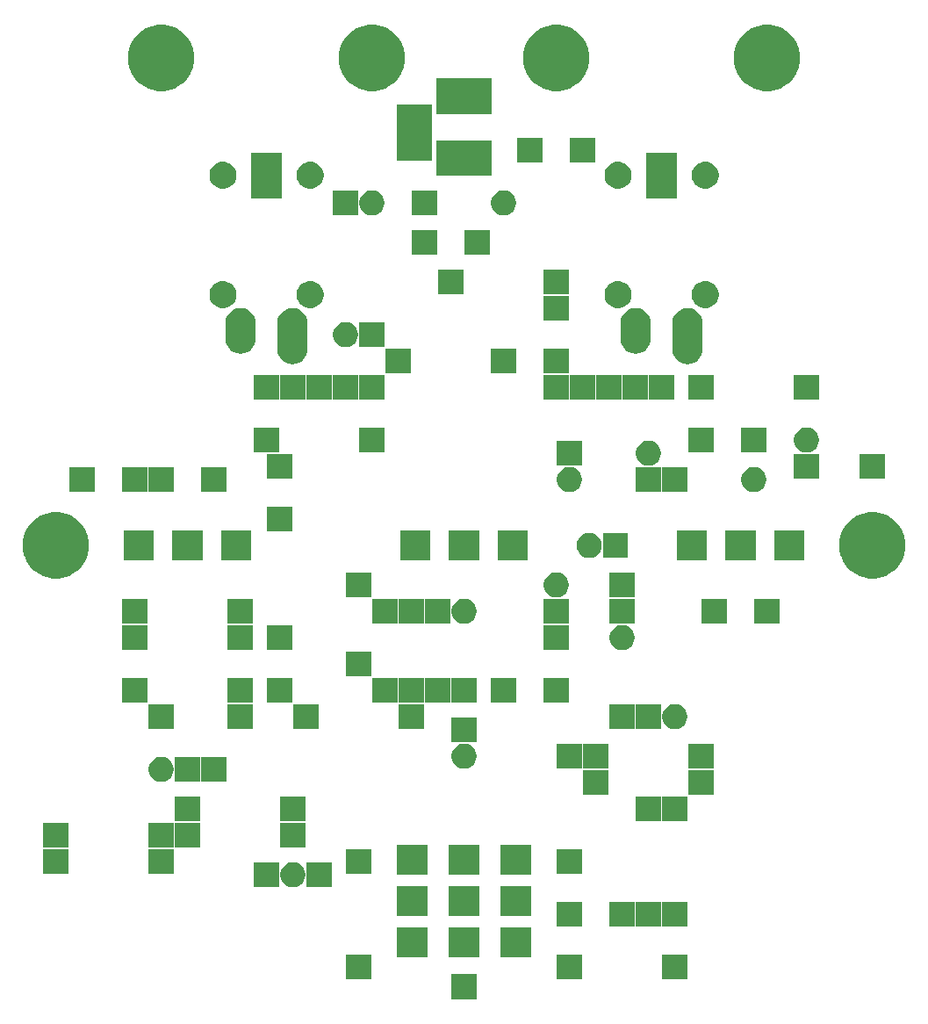
<source format=gbr>
G04 #@! TF.GenerationSoftware,KiCad,Pcbnew,5.1.6-c6e7f7d~87~ubuntu19.10.1*
G04 #@! TF.CreationDate,2022-03-20T15:18:50+06:00*
G04 #@! TF.ProjectId,good_grief_overdrive_r1b,676f6f64-5f67-4726-9965-665f6f766572,1B*
G04 #@! TF.SameCoordinates,Original*
G04 #@! TF.FileFunction,Soldermask,Bot*
G04 #@! TF.FilePolarity,Negative*
%FSLAX46Y46*%
G04 Gerber Fmt 4.6, Leading zero omitted, Abs format (unit mm)*
G04 Created by KiCad (PCBNEW 5.1.6-c6e7f7d~87~ubuntu19.10.1) date 2022-03-20 15:18:50*
%MOMM*%
%LPD*%
G01*
G04 APERTURE LIST*
%ADD10C,0.100000*%
G04 APERTURE END LIST*
D10*
G36*
X106610000Y-187255000D02*
G01*
X104210000Y-187255000D01*
X104210000Y-184855000D01*
X106610000Y-184855000D01*
X106610000Y-187255000D01*
G37*
G36*
X126930000Y-185350000D02*
G01*
X124530000Y-185350000D01*
X124530000Y-182950000D01*
X126930000Y-182950000D01*
X126930000Y-185350000D01*
G37*
G36*
X116770000Y-185350000D02*
G01*
X114370000Y-185350000D01*
X114370000Y-182950000D01*
X116770000Y-182950000D01*
X116770000Y-185350000D01*
G37*
G36*
X96450000Y-185350000D02*
G01*
X94050000Y-185350000D01*
X94050000Y-182950000D01*
X96450000Y-182950000D01*
X96450000Y-185350000D01*
G37*
G36*
X101860000Y-183250000D02*
G01*
X98960000Y-183250000D01*
X98960000Y-180350000D01*
X101860000Y-180350000D01*
X101860000Y-183250000D01*
G37*
G36*
X106860000Y-183250000D02*
G01*
X103960000Y-183250000D01*
X103960000Y-180350000D01*
X106860000Y-180350000D01*
X106860000Y-183250000D01*
G37*
G36*
X111860000Y-183250000D02*
G01*
X108960000Y-183250000D01*
X108960000Y-180350000D01*
X111860000Y-180350000D01*
X111860000Y-183250000D01*
G37*
G36*
X116770000Y-180270000D02*
G01*
X114370000Y-180270000D01*
X114370000Y-177870000D01*
X116770000Y-177870000D01*
X116770000Y-180270000D01*
G37*
G36*
X126930000Y-180270000D02*
G01*
X124530000Y-180270000D01*
X124530000Y-177870000D01*
X126930000Y-177870000D01*
X126930000Y-180270000D01*
G37*
G36*
X124390000Y-180270000D02*
G01*
X121990000Y-180270000D01*
X121990000Y-177870000D01*
X124390000Y-177870000D01*
X124390000Y-180270000D01*
G37*
G36*
X121850000Y-180270000D02*
G01*
X119450000Y-180270000D01*
X119450000Y-177870000D01*
X121850000Y-177870000D01*
X121850000Y-180270000D01*
G37*
G36*
X111860000Y-179250000D02*
G01*
X108960000Y-179250000D01*
X108960000Y-176350000D01*
X111860000Y-176350000D01*
X111860000Y-179250000D01*
G37*
G36*
X106860000Y-179250000D02*
G01*
X103960000Y-179250000D01*
X103960000Y-176350000D01*
X106860000Y-176350000D01*
X106860000Y-179250000D01*
G37*
G36*
X101860000Y-179250000D02*
G01*
X98960000Y-179250000D01*
X98960000Y-176350000D01*
X101860000Y-176350000D01*
X101860000Y-179250000D01*
G37*
G36*
X92640000Y-176460000D02*
G01*
X90240000Y-176460000D01*
X90240000Y-174060000D01*
X92640000Y-174060000D01*
X92640000Y-176460000D01*
G37*
G36*
X87560000Y-176460000D02*
G01*
X85160000Y-176460000D01*
X85160000Y-174060000D01*
X87560000Y-174060000D01*
X87560000Y-176460000D01*
G37*
G36*
X89250025Y-174106115D02*
G01*
X89250028Y-174106116D01*
X89250027Y-174106116D01*
X89468413Y-174196574D01*
X89664955Y-174327899D01*
X89832101Y-174495045D01*
X89963426Y-174691587D01*
X89963427Y-174691589D01*
X90053885Y-174909975D01*
X90100000Y-175141809D01*
X90100000Y-175378191D01*
X90053885Y-175610025D01*
X90053884Y-175610027D01*
X89963426Y-175828413D01*
X89832101Y-176024955D01*
X89664955Y-176192101D01*
X89468413Y-176323426D01*
X89468412Y-176323427D01*
X89468411Y-176323427D01*
X89250025Y-176413885D01*
X89018191Y-176460000D01*
X88781809Y-176460000D01*
X88549975Y-176413885D01*
X88331589Y-176323427D01*
X88331588Y-176323427D01*
X88331587Y-176323426D01*
X88135045Y-176192101D01*
X87967899Y-176024955D01*
X87836574Y-175828413D01*
X87746116Y-175610027D01*
X87746115Y-175610025D01*
X87700000Y-175378191D01*
X87700000Y-175141809D01*
X87746115Y-174909975D01*
X87836573Y-174691589D01*
X87836574Y-174691587D01*
X87967899Y-174495045D01*
X88135045Y-174327899D01*
X88331587Y-174196574D01*
X88549973Y-174106116D01*
X88549972Y-174106116D01*
X88549975Y-174106115D01*
X88781809Y-174060000D01*
X89018191Y-174060000D01*
X89250025Y-174106115D01*
G37*
G36*
X106860000Y-175250000D02*
G01*
X103960000Y-175250000D01*
X103960000Y-172350000D01*
X106860000Y-172350000D01*
X106860000Y-175250000D01*
G37*
G36*
X111860000Y-175250000D02*
G01*
X108960000Y-175250000D01*
X108960000Y-172350000D01*
X111860000Y-172350000D01*
X111860000Y-175250000D01*
G37*
G36*
X101860000Y-175250000D02*
G01*
X98960000Y-175250000D01*
X98960000Y-172350000D01*
X101860000Y-172350000D01*
X101860000Y-175250000D01*
G37*
G36*
X77400000Y-175190000D02*
G01*
X75000000Y-175190000D01*
X75000000Y-172790000D01*
X77400000Y-172790000D01*
X77400000Y-175190000D01*
G37*
G36*
X96450000Y-175190000D02*
G01*
X94050000Y-175190000D01*
X94050000Y-172790000D01*
X96450000Y-172790000D01*
X96450000Y-175190000D01*
G37*
G36*
X116770000Y-175190000D02*
G01*
X114370000Y-175190000D01*
X114370000Y-172790000D01*
X116770000Y-172790000D01*
X116770000Y-175190000D01*
G37*
G36*
X67240000Y-175190000D02*
G01*
X64840000Y-175190000D01*
X64840000Y-172790000D01*
X67240000Y-172790000D01*
X67240000Y-175190000D01*
G37*
G36*
X90100000Y-172650000D02*
G01*
X87700000Y-172650000D01*
X87700000Y-170250000D01*
X90100000Y-170250000D01*
X90100000Y-172650000D01*
G37*
G36*
X79940000Y-172650000D02*
G01*
X77540000Y-172650000D01*
X77540000Y-170250000D01*
X79940000Y-170250000D01*
X79940000Y-172650000D01*
G37*
G36*
X77400000Y-172650000D02*
G01*
X75000000Y-172650000D01*
X75000000Y-170250000D01*
X77400000Y-170250000D01*
X77400000Y-172650000D01*
G37*
G36*
X67240000Y-172650000D02*
G01*
X64840000Y-172650000D01*
X64840000Y-170250000D01*
X67240000Y-170250000D01*
X67240000Y-172650000D01*
G37*
G36*
X126930000Y-170110000D02*
G01*
X124530000Y-170110000D01*
X124530000Y-167710000D01*
X126930000Y-167710000D01*
X126930000Y-170110000D01*
G37*
G36*
X124390000Y-170110000D02*
G01*
X121990000Y-170110000D01*
X121990000Y-167710000D01*
X124390000Y-167710000D01*
X124390000Y-170110000D01*
G37*
G36*
X90100000Y-170110000D02*
G01*
X87700000Y-170110000D01*
X87700000Y-167710000D01*
X90100000Y-167710000D01*
X90100000Y-170110000D01*
G37*
G36*
X79940000Y-170110000D02*
G01*
X77540000Y-170110000D01*
X77540000Y-167710000D01*
X79940000Y-167710000D01*
X79940000Y-170110000D01*
G37*
G36*
X129470000Y-167570000D02*
G01*
X127070000Y-167570000D01*
X127070000Y-165170000D01*
X129470000Y-165170000D01*
X129470000Y-167570000D01*
G37*
G36*
X119310000Y-167570000D02*
G01*
X116910000Y-167570000D01*
X116910000Y-165170000D01*
X119310000Y-165170000D01*
X119310000Y-167570000D01*
G37*
G36*
X79940000Y-166300000D02*
G01*
X77540000Y-166300000D01*
X77540000Y-163900000D01*
X79940000Y-163900000D01*
X79940000Y-166300000D01*
G37*
G36*
X76550025Y-163946115D02*
G01*
X76555037Y-163948191D01*
X76768413Y-164036574D01*
X76964955Y-164167899D01*
X77132101Y-164335045D01*
X77174442Y-164398413D01*
X77263427Y-164531589D01*
X77353885Y-164749975D01*
X77400000Y-164981809D01*
X77400000Y-165218191D01*
X77353885Y-165450025D01*
X77353884Y-165450027D01*
X77263426Y-165668413D01*
X77132101Y-165864955D01*
X76964955Y-166032101D01*
X76768413Y-166163426D01*
X76768412Y-166163427D01*
X76768411Y-166163427D01*
X76550025Y-166253885D01*
X76318191Y-166300000D01*
X76081809Y-166300000D01*
X75849975Y-166253885D01*
X75631589Y-166163427D01*
X75631588Y-166163427D01*
X75631587Y-166163426D01*
X75435045Y-166032101D01*
X75267899Y-165864955D01*
X75136574Y-165668413D01*
X75046116Y-165450027D01*
X75046115Y-165450025D01*
X75000000Y-165218191D01*
X75000000Y-164981809D01*
X75046115Y-164749975D01*
X75136573Y-164531589D01*
X75225558Y-164398413D01*
X75267899Y-164335045D01*
X75435045Y-164167899D01*
X75631587Y-164036574D01*
X75844963Y-163948191D01*
X75849975Y-163946115D01*
X76081809Y-163900000D01*
X76318191Y-163900000D01*
X76550025Y-163946115D01*
G37*
G36*
X82480000Y-166300000D02*
G01*
X80080000Y-166300000D01*
X80080000Y-163900000D01*
X82480000Y-163900000D01*
X82480000Y-166300000D01*
G37*
G36*
X105760025Y-162676115D02*
G01*
X105760028Y-162676116D01*
X105760027Y-162676116D01*
X105978413Y-162766574D01*
X106174955Y-162897899D01*
X106342101Y-163065045D01*
X106473426Y-163261587D01*
X106473427Y-163261589D01*
X106563885Y-163479975D01*
X106610000Y-163711809D01*
X106610000Y-163948191D01*
X106563885Y-164180025D01*
X106473427Y-164398411D01*
X106473426Y-164398413D01*
X106342101Y-164594955D01*
X106174955Y-164762101D01*
X105978413Y-164893426D01*
X105978412Y-164893427D01*
X105978411Y-164893427D01*
X105760025Y-164983885D01*
X105528191Y-165030000D01*
X105291809Y-165030000D01*
X105059975Y-164983885D01*
X104841589Y-164893427D01*
X104841588Y-164893427D01*
X104841587Y-164893426D01*
X104645045Y-164762101D01*
X104477899Y-164594955D01*
X104346574Y-164398413D01*
X104346573Y-164398411D01*
X104256115Y-164180025D01*
X104210000Y-163948191D01*
X104210000Y-163711809D01*
X104256115Y-163479975D01*
X104346573Y-163261589D01*
X104346574Y-163261587D01*
X104477899Y-163065045D01*
X104645045Y-162897899D01*
X104841587Y-162766574D01*
X105059973Y-162676116D01*
X105059972Y-162676116D01*
X105059975Y-162676115D01*
X105291809Y-162630000D01*
X105528191Y-162630000D01*
X105760025Y-162676115D01*
G37*
G36*
X129470000Y-165030000D02*
G01*
X127070000Y-165030000D01*
X127070000Y-162630000D01*
X129470000Y-162630000D01*
X129470000Y-165030000D01*
G37*
G36*
X119310000Y-165030000D02*
G01*
X116910000Y-165030000D01*
X116910000Y-162630000D01*
X119310000Y-162630000D01*
X119310000Y-165030000D01*
G37*
G36*
X116770000Y-165030000D02*
G01*
X114370000Y-165030000D01*
X114370000Y-162630000D01*
X116770000Y-162630000D01*
X116770000Y-165030000D01*
G37*
G36*
X106610000Y-162490000D02*
G01*
X104210000Y-162490000D01*
X104210000Y-160090000D01*
X106610000Y-160090000D01*
X106610000Y-162490000D01*
G37*
G36*
X121850000Y-161220000D02*
G01*
X119450000Y-161220000D01*
X119450000Y-158820000D01*
X121850000Y-158820000D01*
X121850000Y-161220000D01*
G37*
G36*
X124390000Y-161220000D02*
G01*
X121990000Y-161220000D01*
X121990000Y-158820000D01*
X124390000Y-158820000D01*
X124390000Y-161220000D01*
G37*
G36*
X126080025Y-158866115D02*
G01*
X126080028Y-158866116D01*
X126080027Y-158866116D01*
X126298413Y-158956574D01*
X126494955Y-159087899D01*
X126662101Y-159255045D01*
X126793426Y-159451587D01*
X126793427Y-159451589D01*
X126883885Y-159669975D01*
X126930000Y-159901809D01*
X126930000Y-160138191D01*
X126883885Y-160370025D01*
X126883884Y-160370027D01*
X126793426Y-160588413D01*
X126662101Y-160784955D01*
X126494955Y-160952101D01*
X126298413Y-161083426D01*
X126298412Y-161083427D01*
X126298411Y-161083427D01*
X126080025Y-161173885D01*
X125848191Y-161220000D01*
X125611809Y-161220000D01*
X125379975Y-161173885D01*
X125161589Y-161083427D01*
X125161588Y-161083427D01*
X125161587Y-161083426D01*
X124965045Y-160952101D01*
X124797899Y-160784955D01*
X124666574Y-160588413D01*
X124576116Y-160370027D01*
X124576115Y-160370025D01*
X124530000Y-160138191D01*
X124530000Y-159901809D01*
X124576115Y-159669975D01*
X124666573Y-159451589D01*
X124666574Y-159451587D01*
X124797899Y-159255045D01*
X124965045Y-159087899D01*
X125161587Y-158956574D01*
X125379973Y-158866116D01*
X125379972Y-158866116D01*
X125379975Y-158866115D01*
X125611809Y-158820000D01*
X125848191Y-158820000D01*
X126080025Y-158866115D01*
G37*
G36*
X85020000Y-161220000D02*
G01*
X82620000Y-161220000D01*
X82620000Y-158820000D01*
X85020000Y-158820000D01*
X85020000Y-161220000D01*
G37*
G36*
X101530000Y-161220000D02*
G01*
X99130000Y-161220000D01*
X99130000Y-158820000D01*
X101530000Y-158820000D01*
X101530000Y-161220000D01*
G37*
G36*
X91370000Y-161220000D02*
G01*
X88970000Y-161220000D01*
X88970000Y-158820000D01*
X91370000Y-158820000D01*
X91370000Y-161220000D01*
G37*
G36*
X77400000Y-161220000D02*
G01*
X75000000Y-161220000D01*
X75000000Y-158820000D01*
X77400000Y-158820000D01*
X77400000Y-161220000D01*
G37*
G36*
X110420000Y-158680000D02*
G01*
X108020000Y-158680000D01*
X108020000Y-156280000D01*
X110420000Y-156280000D01*
X110420000Y-158680000D01*
G37*
G36*
X115500000Y-158680000D02*
G01*
X113100000Y-158680000D01*
X113100000Y-156280000D01*
X115500000Y-156280000D01*
X115500000Y-158680000D01*
G37*
G36*
X88830000Y-158680000D02*
G01*
X86430000Y-158680000D01*
X86430000Y-156280000D01*
X88830000Y-156280000D01*
X88830000Y-158680000D01*
G37*
G36*
X74860000Y-158680000D02*
G01*
X72460000Y-158680000D01*
X72460000Y-156280000D01*
X74860000Y-156280000D01*
X74860000Y-158680000D01*
G37*
G36*
X106610000Y-158680000D02*
G01*
X104210000Y-158680000D01*
X104210000Y-156280000D01*
X106610000Y-156280000D01*
X106610000Y-158680000D01*
G37*
G36*
X104070000Y-158680000D02*
G01*
X101670000Y-158680000D01*
X101670000Y-156280000D01*
X104070000Y-156280000D01*
X104070000Y-158680000D01*
G37*
G36*
X101530000Y-158680000D02*
G01*
X99130000Y-158680000D01*
X99130000Y-156280000D01*
X101530000Y-156280000D01*
X101530000Y-158680000D01*
G37*
G36*
X98990000Y-158680000D02*
G01*
X96590000Y-158680000D01*
X96590000Y-156280000D01*
X98990000Y-156280000D01*
X98990000Y-158680000D01*
G37*
G36*
X85020000Y-158680000D02*
G01*
X82620000Y-158680000D01*
X82620000Y-156280000D01*
X85020000Y-156280000D01*
X85020000Y-158680000D01*
G37*
G36*
X96450000Y-156140000D02*
G01*
X94050000Y-156140000D01*
X94050000Y-153740000D01*
X96450000Y-153740000D01*
X96450000Y-156140000D01*
G37*
G36*
X121000025Y-151246115D02*
G01*
X121000028Y-151246116D01*
X121000027Y-151246116D01*
X121218413Y-151336574D01*
X121414955Y-151467899D01*
X121582101Y-151635045D01*
X121713426Y-151831587D01*
X121713427Y-151831589D01*
X121803885Y-152049975D01*
X121850000Y-152281809D01*
X121850000Y-152518191D01*
X121803885Y-152750025D01*
X121803884Y-152750027D01*
X121713426Y-152968413D01*
X121582101Y-153164955D01*
X121414955Y-153332101D01*
X121218413Y-153463426D01*
X121218412Y-153463427D01*
X121218411Y-153463427D01*
X121000025Y-153553885D01*
X120768191Y-153600000D01*
X120531809Y-153600000D01*
X120299975Y-153553885D01*
X120081589Y-153463427D01*
X120081588Y-153463427D01*
X120081587Y-153463426D01*
X119885045Y-153332101D01*
X119717899Y-153164955D01*
X119586574Y-152968413D01*
X119496116Y-152750027D01*
X119496115Y-152750025D01*
X119450000Y-152518191D01*
X119450000Y-152281809D01*
X119496115Y-152049975D01*
X119586573Y-151831589D01*
X119586574Y-151831587D01*
X119717899Y-151635045D01*
X119885045Y-151467899D01*
X120081587Y-151336574D01*
X120299973Y-151246116D01*
X120299972Y-151246116D01*
X120299975Y-151246115D01*
X120531809Y-151200000D01*
X120768191Y-151200000D01*
X121000025Y-151246115D01*
G37*
G36*
X74860000Y-153600000D02*
G01*
X72460000Y-153600000D01*
X72460000Y-151200000D01*
X74860000Y-151200000D01*
X74860000Y-153600000D01*
G37*
G36*
X85020000Y-153600000D02*
G01*
X82620000Y-153600000D01*
X82620000Y-151200000D01*
X85020000Y-151200000D01*
X85020000Y-153600000D01*
G37*
G36*
X115500000Y-153600000D02*
G01*
X113100000Y-153600000D01*
X113100000Y-151200000D01*
X115500000Y-151200000D01*
X115500000Y-153600000D01*
G37*
G36*
X88830000Y-153600000D02*
G01*
X86430000Y-153600000D01*
X86430000Y-151200000D01*
X88830000Y-151200000D01*
X88830000Y-153600000D01*
G37*
G36*
X115500000Y-151060000D02*
G01*
X113100000Y-151060000D01*
X113100000Y-148660000D01*
X115500000Y-148660000D01*
X115500000Y-151060000D01*
G37*
G36*
X74860000Y-151060000D02*
G01*
X72460000Y-151060000D01*
X72460000Y-148660000D01*
X74860000Y-148660000D01*
X74860000Y-151060000D01*
G37*
G36*
X85020000Y-151060000D02*
G01*
X82620000Y-151060000D01*
X82620000Y-148660000D01*
X85020000Y-148660000D01*
X85020000Y-151060000D01*
G37*
G36*
X98990000Y-151060000D02*
G01*
X96590000Y-151060000D01*
X96590000Y-148660000D01*
X98990000Y-148660000D01*
X98990000Y-151060000D01*
G37*
G36*
X101530000Y-151060000D02*
G01*
X99130000Y-151060000D01*
X99130000Y-148660000D01*
X101530000Y-148660000D01*
X101530000Y-151060000D01*
G37*
G36*
X104070000Y-151060000D02*
G01*
X101670000Y-151060000D01*
X101670000Y-148660000D01*
X104070000Y-148660000D01*
X104070000Y-151060000D01*
G37*
G36*
X130740000Y-151060000D02*
G01*
X128340000Y-151060000D01*
X128340000Y-148660000D01*
X130740000Y-148660000D01*
X130740000Y-151060000D01*
G37*
G36*
X135820000Y-151060000D02*
G01*
X133420000Y-151060000D01*
X133420000Y-148660000D01*
X135820000Y-148660000D01*
X135820000Y-151060000D01*
G37*
G36*
X105760025Y-148706115D02*
G01*
X105760028Y-148706116D01*
X105760027Y-148706116D01*
X105978413Y-148796574D01*
X106174955Y-148927899D01*
X106342101Y-149095045D01*
X106473426Y-149291587D01*
X106473427Y-149291589D01*
X106563885Y-149509975D01*
X106610000Y-149741809D01*
X106610000Y-149978191D01*
X106563885Y-150210025D01*
X106563884Y-150210027D01*
X106473426Y-150428413D01*
X106342101Y-150624955D01*
X106174955Y-150792101D01*
X105978413Y-150923426D01*
X105978412Y-150923427D01*
X105978411Y-150923427D01*
X105760025Y-151013885D01*
X105528191Y-151060000D01*
X105291809Y-151060000D01*
X105059975Y-151013885D01*
X104841589Y-150923427D01*
X104841588Y-150923427D01*
X104841587Y-150923426D01*
X104645045Y-150792101D01*
X104477899Y-150624955D01*
X104346574Y-150428413D01*
X104256116Y-150210027D01*
X104256115Y-150210025D01*
X104210000Y-149978191D01*
X104210000Y-149741809D01*
X104256115Y-149509975D01*
X104346573Y-149291589D01*
X104346574Y-149291587D01*
X104477899Y-149095045D01*
X104645045Y-148927899D01*
X104841587Y-148796574D01*
X105059973Y-148706116D01*
X105059972Y-148706116D01*
X105059975Y-148706115D01*
X105291809Y-148660000D01*
X105528191Y-148660000D01*
X105760025Y-148706115D01*
G37*
G36*
X121850000Y-151060000D02*
G01*
X119450000Y-151060000D01*
X119450000Y-148660000D01*
X121850000Y-148660000D01*
X121850000Y-151060000D01*
G37*
G36*
X96450000Y-148520000D02*
G01*
X94050000Y-148520000D01*
X94050000Y-146120000D01*
X96450000Y-146120000D01*
X96450000Y-148520000D01*
G37*
G36*
X114650025Y-146166115D02*
G01*
X114650028Y-146166116D01*
X114650027Y-146166116D01*
X114868413Y-146256574D01*
X115064955Y-146387899D01*
X115232101Y-146555045D01*
X115335638Y-146710000D01*
X115363427Y-146751589D01*
X115453885Y-146969975D01*
X115500000Y-147201809D01*
X115500000Y-147438191D01*
X115453885Y-147670025D01*
X115453884Y-147670027D01*
X115363426Y-147888413D01*
X115232101Y-148084955D01*
X115064955Y-148252101D01*
X114868413Y-148383426D01*
X114868412Y-148383427D01*
X114868411Y-148383427D01*
X114650025Y-148473885D01*
X114418191Y-148520000D01*
X114181809Y-148520000D01*
X113949975Y-148473885D01*
X113731589Y-148383427D01*
X113731588Y-148383427D01*
X113731587Y-148383426D01*
X113535045Y-148252101D01*
X113367899Y-148084955D01*
X113236574Y-147888413D01*
X113146116Y-147670027D01*
X113146115Y-147670025D01*
X113100000Y-147438191D01*
X113100000Y-147201809D01*
X113146115Y-146969975D01*
X113236573Y-146751589D01*
X113264362Y-146710000D01*
X113367899Y-146555045D01*
X113535045Y-146387899D01*
X113731587Y-146256574D01*
X113949973Y-146166116D01*
X113949972Y-146166116D01*
X113949975Y-146166115D01*
X114181809Y-146120000D01*
X114418191Y-146120000D01*
X114650025Y-146166115D01*
G37*
G36*
X121850000Y-148520000D02*
G01*
X119450000Y-148520000D01*
X119450000Y-146120000D01*
X121850000Y-146120000D01*
X121850000Y-148520000D01*
G37*
G36*
X145713404Y-140432974D02*
G01*
X146054545Y-140574279D01*
X146295768Y-140674197D01*
X146819881Y-141024398D01*
X147265602Y-141470119D01*
X147615803Y-141994232D01*
X147615803Y-141994233D01*
X147857026Y-142576596D01*
X147980000Y-143194826D01*
X147980000Y-143825174D01*
X147857026Y-144443404D01*
X147746598Y-144710000D01*
X147615803Y-145025768D01*
X147265602Y-145549881D01*
X146819881Y-145995602D01*
X146295768Y-146345803D01*
X146054545Y-146445721D01*
X145713404Y-146587026D01*
X145095174Y-146710000D01*
X144464826Y-146710000D01*
X143846596Y-146587026D01*
X143505455Y-146445721D01*
X143264232Y-146345803D01*
X142740119Y-145995602D01*
X142294398Y-145549881D01*
X141944197Y-145025768D01*
X141813402Y-144710000D01*
X141702974Y-144443404D01*
X141580000Y-143825174D01*
X141580000Y-143194826D01*
X141702974Y-142576596D01*
X141944197Y-141994233D01*
X141944197Y-141994232D01*
X142294398Y-141470119D01*
X142740119Y-141024398D01*
X143264232Y-140674197D01*
X143505455Y-140574279D01*
X143846596Y-140432974D01*
X144464826Y-140310000D01*
X145095174Y-140310000D01*
X145713404Y-140432974D01*
G37*
G36*
X66973404Y-140432974D02*
G01*
X67314545Y-140574279D01*
X67555768Y-140674197D01*
X68079881Y-141024398D01*
X68525602Y-141470119D01*
X68875803Y-141994232D01*
X68875803Y-141994233D01*
X69117026Y-142576596D01*
X69240000Y-143194826D01*
X69240000Y-143825174D01*
X69117026Y-144443404D01*
X69006598Y-144710000D01*
X68875803Y-145025768D01*
X68525602Y-145549881D01*
X68079881Y-145995602D01*
X67555768Y-146345803D01*
X67314545Y-146445721D01*
X66973404Y-146587026D01*
X66355174Y-146710000D01*
X65724826Y-146710000D01*
X65106596Y-146587026D01*
X64765455Y-146445721D01*
X64524232Y-146345803D01*
X64000119Y-145995602D01*
X63554398Y-145549881D01*
X63204197Y-145025768D01*
X63073402Y-144710000D01*
X62962974Y-144443404D01*
X62840000Y-143825174D01*
X62840000Y-143194826D01*
X62962974Y-142576596D01*
X63204197Y-141994233D01*
X63204197Y-141994232D01*
X63554398Y-141470119D01*
X64000119Y-141024398D01*
X64524232Y-140674197D01*
X64765455Y-140574279D01*
X65106596Y-140432974D01*
X65724826Y-140310000D01*
X66355174Y-140310000D01*
X66973404Y-140432974D01*
G37*
G36*
X84890000Y-144960000D02*
G01*
X81990000Y-144960000D01*
X81990000Y-142060000D01*
X84890000Y-142060000D01*
X84890000Y-144960000D01*
G37*
G36*
X102160000Y-144960000D02*
G01*
X99260000Y-144960000D01*
X99260000Y-142060000D01*
X102160000Y-142060000D01*
X102160000Y-144960000D01*
G37*
G36*
X106860000Y-144960000D02*
G01*
X103960000Y-144960000D01*
X103960000Y-142060000D01*
X106860000Y-142060000D01*
X106860000Y-144960000D01*
G37*
G36*
X111560000Y-144960000D02*
G01*
X108660000Y-144960000D01*
X108660000Y-142060000D01*
X111560000Y-142060000D01*
X111560000Y-144960000D01*
G37*
G36*
X128830000Y-144960000D02*
G01*
X125930000Y-144960000D01*
X125930000Y-142060000D01*
X128830000Y-142060000D01*
X128830000Y-144960000D01*
G37*
G36*
X138230000Y-144960000D02*
G01*
X135330000Y-144960000D01*
X135330000Y-142060000D01*
X138230000Y-142060000D01*
X138230000Y-144960000D01*
G37*
G36*
X133530000Y-144960000D02*
G01*
X130630000Y-144960000D01*
X130630000Y-142060000D01*
X133530000Y-142060000D01*
X133530000Y-144960000D01*
G37*
G36*
X80190000Y-144960000D02*
G01*
X77290000Y-144960000D01*
X77290000Y-142060000D01*
X80190000Y-142060000D01*
X80190000Y-144960000D01*
G37*
G36*
X75490000Y-144960000D02*
G01*
X72590000Y-144960000D01*
X72590000Y-142060000D01*
X75490000Y-142060000D01*
X75490000Y-144960000D01*
G37*
G36*
X121215000Y-144710000D02*
G01*
X118815000Y-144710000D01*
X118815000Y-142310000D01*
X121215000Y-142310000D01*
X121215000Y-144710000D01*
G37*
G36*
X117825025Y-142356115D02*
G01*
X117825028Y-142356116D01*
X117825027Y-142356116D01*
X118043413Y-142446574D01*
X118239955Y-142577899D01*
X118407101Y-142745045D01*
X118538426Y-142941587D01*
X118538427Y-142941589D01*
X118628885Y-143159975D01*
X118675000Y-143391809D01*
X118675000Y-143628191D01*
X118628885Y-143860025D01*
X118628884Y-143860027D01*
X118538426Y-144078413D01*
X118407101Y-144274955D01*
X118239955Y-144442101D01*
X118043413Y-144573426D01*
X118043412Y-144573427D01*
X118043411Y-144573427D01*
X117825025Y-144663885D01*
X117593191Y-144710000D01*
X117356809Y-144710000D01*
X117124975Y-144663885D01*
X116906589Y-144573427D01*
X116906588Y-144573427D01*
X116906587Y-144573426D01*
X116710045Y-144442101D01*
X116542899Y-144274955D01*
X116411574Y-144078413D01*
X116321116Y-143860027D01*
X116321115Y-143860025D01*
X116275000Y-143628191D01*
X116275000Y-143391809D01*
X116321115Y-143159975D01*
X116411573Y-142941589D01*
X116411574Y-142941587D01*
X116542899Y-142745045D01*
X116710045Y-142577899D01*
X116906587Y-142446574D01*
X117124973Y-142356116D01*
X117124972Y-142356116D01*
X117124975Y-142356115D01*
X117356809Y-142310000D01*
X117593191Y-142310000D01*
X117825025Y-142356115D01*
G37*
G36*
X88830000Y-142170000D02*
G01*
X86430000Y-142170000D01*
X86430000Y-139770000D01*
X88830000Y-139770000D01*
X88830000Y-142170000D01*
G37*
G36*
X74860000Y-138360000D02*
G01*
X72460000Y-138360000D01*
X72460000Y-135960000D01*
X74860000Y-135960000D01*
X74860000Y-138360000D01*
G37*
G36*
X69780000Y-138360000D02*
G01*
X67380000Y-138360000D01*
X67380000Y-135960000D01*
X69780000Y-135960000D01*
X69780000Y-138360000D01*
G37*
G36*
X82480000Y-138360000D02*
G01*
X80080000Y-138360000D01*
X80080000Y-135960000D01*
X82480000Y-135960000D01*
X82480000Y-138360000D01*
G37*
G36*
X77400000Y-138360000D02*
G01*
X75000000Y-138360000D01*
X75000000Y-135960000D01*
X77400000Y-135960000D01*
X77400000Y-138360000D01*
G37*
G36*
X115920025Y-136006115D02*
G01*
X115920028Y-136006116D01*
X115920027Y-136006116D01*
X116138413Y-136096574D01*
X116334955Y-136227899D01*
X116502101Y-136395045D01*
X116633426Y-136591587D01*
X116633427Y-136591589D01*
X116723885Y-136809975D01*
X116770000Y-137041809D01*
X116770000Y-137278191D01*
X116723885Y-137510025D01*
X116723884Y-137510027D01*
X116633426Y-137728413D01*
X116502101Y-137924955D01*
X116334955Y-138092101D01*
X116138413Y-138223426D01*
X116138412Y-138223427D01*
X116138411Y-138223427D01*
X115920025Y-138313885D01*
X115688191Y-138360000D01*
X115451809Y-138360000D01*
X115219975Y-138313885D01*
X115001589Y-138223427D01*
X115001588Y-138223427D01*
X115001587Y-138223426D01*
X114805045Y-138092101D01*
X114637899Y-137924955D01*
X114506574Y-137728413D01*
X114416116Y-137510027D01*
X114416115Y-137510025D01*
X114370000Y-137278191D01*
X114370000Y-137041809D01*
X114416115Y-136809975D01*
X114506573Y-136591589D01*
X114506574Y-136591587D01*
X114637899Y-136395045D01*
X114805045Y-136227899D01*
X115001587Y-136096574D01*
X115219973Y-136006116D01*
X115219972Y-136006116D01*
X115219975Y-136006115D01*
X115451809Y-135960000D01*
X115688191Y-135960000D01*
X115920025Y-136006115D01*
G37*
G36*
X124390000Y-138360000D02*
G01*
X121990000Y-138360000D01*
X121990000Y-135960000D01*
X124390000Y-135960000D01*
X124390000Y-138360000D01*
G37*
G36*
X133700025Y-136006115D02*
G01*
X133700028Y-136006116D01*
X133700027Y-136006116D01*
X133918413Y-136096574D01*
X134114955Y-136227899D01*
X134282101Y-136395045D01*
X134413426Y-136591587D01*
X134413427Y-136591589D01*
X134503885Y-136809975D01*
X134550000Y-137041809D01*
X134550000Y-137278191D01*
X134503885Y-137510025D01*
X134503884Y-137510027D01*
X134413426Y-137728413D01*
X134282101Y-137924955D01*
X134114955Y-138092101D01*
X133918413Y-138223426D01*
X133918412Y-138223427D01*
X133918411Y-138223427D01*
X133700025Y-138313885D01*
X133468191Y-138360000D01*
X133231809Y-138360000D01*
X132999975Y-138313885D01*
X132781589Y-138223427D01*
X132781588Y-138223427D01*
X132781587Y-138223426D01*
X132585045Y-138092101D01*
X132417899Y-137924955D01*
X132286574Y-137728413D01*
X132196116Y-137510027D01*
X132196115Y-137510025D01*
X132150000Y-137278191D01*
X132150000Y-137041809D01*
X132196115Y-136809975D01*
X132286573Y-136591589D01*
X132286574Y-136591587D01*
X132417899Y-136395045D01*
X132585045Y-136227899D01*
X132781587Y-136096574D01*
X132999973Y-136006116D01*
X132999972Y-136006116D01*
X132999975Y-136006115D01*
X133231809Y-135960000D01*
X133468191Y-135960000D01*
X133700025Y-136006115D01*
G37*
G36*
X126930000Y-138360000D02*
G01*
X124530000Y-138360000D01*
X124530000Y-135960000D01*
X126930000Y-135960000D01*
X126930000Y-138360000D01*
G37*
G36*
X88830000Y-137090000D02*
G01*
X86430000Y-137090000D01*
X86430000Y-134690000D01*
X88830000Y-134690000D01*
X88830000Y-137090000D01*
G37*
G36*
X145980000Y-137090000D02*
G01*
X143580000Y-137090000D01*
X143580000Y-134690000D01*
X145980000Y-134690000D01*
X145980000Y-137090000D01*
G37*
G36*
X139630000Y-137090000D02*
G01*
X137230000Y-137090000D01*
X137230000Y-134690000D01*
X139630000Y-134690000D01*
X139630000Y-137090000D01*
G37*
G36*
X116770000Y-135820000D02*
G01*
X114370000Y-135820000D01*
X114370000Y-133420000D01*
X116770000Y-133420000D01*
X116770000Y-135820000D01*
G37*
G36*
X123540025Y-133466115D02*
G01*
X123545037Y-133468191D01*
X123758413Y-133556574D01*
X123954955Y-133687899D01*
X124122101Y-133855045D01*
X124164442Y-133918413D01*
X124253427Y-134051589D01*
X124343885Y-134269975D01*
X124390000Y-134501809D01*
X124390000Y-134738191D01*
X124343885Y-134970025D01*
X124343884Y-134970027D01*
X124253426Y-135188413D01*
X124122101Y-135384955D01*
X123954955Y-135552101D01*
X123758413Y-135683426D01*
X123758412Y-135683427D01*
X123758411Y-135683427D01*
X123540025Y-135773885D01*
X123308191Y-135820000D01*
X123071809Y-135820000D01*
X122839975Y-135773885D01*
X122621589Y-135683427D01*
X122621588Y-135683427D01*
X122621587Y-135683426D01*
X122425045Y-135552101D01*
X122257899Y-135384955D01*
X122126574Y-135188413D01*
X122036116Y-134970027D01*
X122036115Y-134970025D01*
X121990000Y-134738191D01*
X121990000Y-134501809D01*
X122036115Y-134269975D01*
X122126573Y-134051589D01*
X122215558Y-133918413D01*
X122257899Y-133855045D01*
X122425045Y-133687899D01*
X122621587Y-133556574D01*
X122834963Y-133468191D01*
X122839975Y-133466115D01*
X123071809Y-133420000D01*
X123308191Y-133420000D01*
X123540025Y-133466115D01*
G37*
G36*
X87560000Y-134550000D02*
G01*
X85160000Y-134550000D01*
X85160000Y-132150000D01*
X87560000Y-132150000D01*
X87560000Y-134550000D01*
G37*
G36*
X134550000Y-134550000D02*
G01*
X132150000Y-134550000D01*
X132150000Y-132150000D01*
X134550000Y-132150000D01*
X134550000Y-134550000D01*
G37*
G36*
X129470000Y-134550000D02*
G01*
X127070000Y-134550000D01*
X127070000Y-132150000D01*
X129470000Y-132150000D01*
X129470000Y-134550000D01*
G37*
G36*
X138780025Y-132196115D02*
G01*
X138780028Y-132196116D01*
X138780027Y-132196116D01*
X138998413Y-132286574D01*
X139194955Y-132417899D01*
X139362101Y-132585045D01*
X139493426Y-132781587D01*
X139493427Y-132781589D01*
X139583885Y-132999975D01*
X139630000Y-133231809D01*
X139630000Y-133468191D01*
X139583885Y-133700025D01*
X139493427Y-133918411D01*
X139493426Y-133918413D01*
X139362101Y-134114955D01*
X139194955Y-134282101D01*
X138998413Y-134413426D01*
X138998412Y-134413427D01*
X138998411Y-134413427D01*
X138780025Y-134503885D01*
X138548191Y-134550000D01*
X138311809Y-134550000D01*
X138079975Y-134503885D01*
X137861589Y-134413427D01*
X137861588Y-134413427D01*
X137861587Y-134413426D01*
X137665045Y-134282101D01*
X137497899Y-134114955D01*
X137366574Y-133918413D01*
X137366573Y-133918411D01*
X137276115Y-133700025D01*
X137230000Y-133468191D01*
X137230000Y-133231809D01*
X137276115Y-132999975D01*
X137366573Y-132781589D01*
X137366574Y-132781587D01*
X137497899Y-132585045D01*
X137665045Y-132417899D01*
X137861587Y-132286574D01*
X138079973Y-132196116D01*
X138079972Y-132196116D01*
X138079975Y-132196115D01*
X138311809Y-132150000D01*
X138548191Y-132150000D01*
X138780025Y-132196115D01*
G37*
G36*
X97720000Y-134550000D02*
G01*
X95320000Y-134550000D01*
X95320000Y-132150000D01*
X97720000Y-132150000D01*
X97720000Y-134550000D01*
G37*
G36*
X123120000Y-129470000D02*
G01*
X120720000Y-129470000D01*
X120720000Y-127070000D01*
X123120000Y-127070000D01*
X123120000Y-129470000D01*
G37*
G36*
X90100000Y-129470000D02*
G01*
X87700000Y-129470000D01*
X87700000Y-127070000D01*
X90100000Y-127070000D01*
X90100000Y-129470000D01*
G37*
G36*
X87560000Y-129470000D02*
G01*
X85160000Y-129470000D01*
X85160000Y-127070000D01*
X87560000Y-127070000D01*
X87560000Y-129470000D01*
G37*
G36*
X92640000Y-129470000D02*
G01*
X90240000Y-129470000D01*
X90240000Y-127070000D01*
X92640000Y-127070000D01*
X92640000Y-129470000D01*
G37*
G36*
X95180000Y-129470000D02*
G01*
X92780000Y-129470000D01*
X92780000Y-127070000D01*
X95180000Y-127070000D01*
X95180000Y-129470000D01*
G37*
G36*
X97720000Y-129470000D02*
G01*
X95320000Y-129470000D01*
X95320000Y-127070000D01*
X97720000Y-127070000D01*
X97720000Y-129470000D01*
G37*
G36*
X115500000Y-129470000D02*
G01*
X113100000Y-129470000D01*
X113100000Y-127070000D01*
X115500000Y-127070000D01*
X115500000Y-129470000D01*
G37*
G36*
X120580000Y-129470000D02*
G01*
X118180000Y-129470000D01*
X118180000Y-127070000D01*
X120580000Y-127070000D01*
X120580000Y-129470000D01*
G37*
G36*
X125660000Y-129470000D02*
G01*
X123260000Y-129470000D01*
X123260000Y-127070000D01*
X125660000Y-127070000D01*
X125660000Y-129470000D01*
G37*
G36*
X129470000Y-129470000D02*
G01*
X127070000Y-129470000D01*
X127070000Y-127070000D01*
X129470000Y-127070000D01*
X129470000Y-129470000D01*
G37*
G36*
X139630000Y-129470000D02*
G01*
X137230000Y-129470000D01*
X137230000Y-127070000D01*
X139630000Y-127070000D01*
X139630000Y-129470000D01*
G37*
G36*
X118040000Y-129470000D02*
G01*
X115640000Y-129470000D01*
X115640000Y-127070000D01*
X118040000Y-127070000D01*
X118040000Y-129470000D01*
G37*
G36*
X110420000Y-126930000D02*
G01*
X108020000Y-126930000D01*
X108020000Y-124530000D01*
X110420000Y-124530000D01*
X110420000Y-126930000D01*
G37*
G36*
X115500000Y-126930000D02*
G01*
X113100000Y-126930000D01*
X113100000Y-124530000D01*
X115500000Y-124530000D01*
X115500000Y-126930000D01*
G37*
G36*
X100260000Y-126930000D02*
G01*
X97860000Y-126930000D01*
X97860000Y-124530000D01*
X100260000Y-124530000D01*
X100260000Y-126930000D01*
G37*
G36*
X89144250Y-120650981D02*
G01*
X89280913Y-120692437D01*
X89417577Y-120733894D01*
X89669473Y-120868534D01*
X89890265Y-121049735D01*
X90071466Y-121270527D01*
X90206106Y-121522423D01*
X90289019Y-121795751D01*
X90310000Y-122008774D01*
X90310000Y-124651226D01*
X90289019Y-124864249D01*
X90206106Y-125137577D01*
X90071466Y-125389473D01*
X89890265Y-125610265D01*
X89669472Y-125791466D01*
X89417576Y-125926106D01*
X89280912Y-125967562D01*
X89144249Y-126009019D01*
X88860000Y-126037015D01*
X88575750Y-126009019D01*
X88439087Y-125967562D01*
X88302423Y-125926106D01*
X88050527Y-125791466D01*
X87829735Y-125610265D01*
X87648534Y-125389472D01*
X87513894Y-125137576D01*
X87449745Y-124926106D01*
X87430981Y-124864249D01*
X87410000Y-124651224D01*
X87410001Y-122008775D01*
X87430982Y-121795750D01*
X87513895Y-121522424D01*
X87513895Y-121522423D01*
X87648535Y-121270527D01*
X87829736Y-121049735D01*
X88050528Y-120868534D01*
X88302424Y-120733894D01*
X88439088Y-120692437D01*
X88575751Y-120650981D01*
X88860000Y-120622985D01*
X89144250Y-120650981D01*
G37*
G36*
X127244250Y-120650981D02*
G01*
X127380913Y-120692437D01*
X127517577Y-120733894D01*
X127769473Y-120868534D01*
X127990265Y-121049735D01*
X128171466Y-121270527D01*
X128306106Y-121522423D01*
X128389019Y-121795751D01*
X128410000Y-122008774D01*
X128410000Y-124651226D01*
X128389019Y-124864249D01*
X128306106Y-125137577D01*
X128171466Y-125389473D01*
X127990265Y-125610265D01*
X127769472Y-125791466D01*
X127517576Y-125926106D01*
X127380912Y-125967562D01*
X127244249Y-126009019D01*
X126960000Y-126037015D01*
X126675750Y-126009019D01*
X126539087Y-125967562D01*
X126402423Y-125926106D01*
X126150527Y-125791466D01*
X125929735Y-125610265D01*
X125748534Y-125389472D01*
X125613894Y-125137576D01*
X125549745Y-124926106D01*
X125530981Y-124864249D01*
X125510000Y-124651224D01*
X125510001Y-122008775D01*
X125530982Y-121795750D01*
X125613895Y-121522424D01*
X125613895Y-121522423D01*
X125748535Y-121270527D01*
X125929736Y-121049735D01*
X126150528Y-120868534D01*
X126402424Y-120733894D01*
X126539088Y-120692437D01*
X126675751Y-120650981D01*
X126960000Y-120622985D01*
X127244250Y-120650981D01*
G37*
G36*
X122244250Y-120650981D02*
G01*
X122380913Y-120692437D01*
X122517577Y-120733894D01*
X122769473Y-120868534D01*
X122990265Y-121049735D01*
X123171466Y-121270527D01*
X123306106Y-121522423D01*
X123389019Y-121795751D01*
X123410000Y-122008774D01*
X123410000Y-123651226D01*
X123389019Y-123864249D01*
X123306106Y-124137577D01*
X123171466Y-124389473D01*
X122990265Y-124610265D01*
X122769472Y-124791466D01*
X122517576Y-124926106D01*
X122380912Y-124967562D01*
X122244249Y-125009019D01*
X121960000Y-125037015D01*
X121675750Y-125009019D01*
X121539087Y-124967562D01*
X121402423Y-124926106D01*
X121150527Y-124791466D01*
X120929735Y-124610265D01*
X120748534Y-124389472D01*
X120613894Y-124137576D01*
X120558496Y-123954954D01*
X120530981Y-123864249D01*
X120510000Y-123651224D01*
X120510000Y-122008775D01*
X120530981Y-121795750D01*
X120613895Y-121522424D01*
X120613895Y-121522423D01*
X120748535Y-121270527D01*
X120929736Y-121049735D01*
X121150528Y-120868534D01*
X121402424Y-120733894D01*
X121539088Y-120692437D01*
X121675751Y-120650981D01*
X121960000Y-120622985D01*
X122244250Y-120650981D01*
G37*
G36*
X84144250Y-120650981D02*
G01*
X84280913Y-120692437D01*
X84417577Y-120733894D01*
X84669473Y-120868534D01*
X84890265Y-121049735D01*
X85071466Y-121270527D01*
X85206106Y-121522423D01*
X85289019Y-121795751D01*
X85310000Y-122008774D01*
X85310000Y-123651226D01*
X85289019Y-123864249D01*
X85206106Y-124137577D01*
X85071466Y-124389473D01*
X84890265Y-124610265D01*
X84669472Y-124791466D01*
X84417576Y-124926106D01*
X84280912Y-124967562D01*
X84144249Y-125009019D01*
X83860000Y-125037015D01*
X83575750Y-125009019D01*
X83439087Y-124967562D01*
X83302423Y-124926106D01*
X83050527Y-124791466D01*
X82829735Y-124610265D01*
X82648534Y-124389472D01*
X82513894Y-124137576D01*
X82458496Y-123954954D01*
X82430981Y-123864249D01*
X82410000Y-123651224D01*
X82410000Y-122008775D01*
X82430981Y-121795750D01*
X82513895Y-121522424D01*
X82513895Y-121522423D01*
X82648535Y-121270527D01*
X82829736Y-121049735D01*
X83050528Y-120868534D01*
X83302424Y-120733894D01*
X83439088Y-120692437D01*
X83575751Y-120650981D01*
X83860000Y-120622985D01*
X84144250Y-120650981D01*
G37*
G36*
X97720000Y-124390000D02*
G01*
X95320000Y-124390000D01*
X95320000Y-121990000D01*
X97720000Y-121990000D01*
X97720000Y-124390000D01*
G37*
G36*
X94330025Y-122036115D02*
G01*
X94330028Y-122036116D01*
X94330027Y-122036116D01*
X94548413Y-122126574D01*
X94744955Y-122257899D01*
X94912101Y-122425045D01*
X95043426Y-122621587D01*
X95043427Y-122621589D01*
X95133885Y-122839975D01*
X95180000Y-123071809D01*
X95180000Y-123308191D01*
X95133885Y-123540025D01*
X95133884Y-123540027D01*
X95043426Y-123758413D01*
X94912101Y-123954955D01*
X94744955Y-124122101D01*
X94548413Y-124253426D01*
X94548412Y-124253427D01*
X94548411Y-124253427D01*
X94330025Y-124343885D01*
X94098191Y-124390000D01*
X93861809Y-124390000D01*
X93629975Y-124343885D01*
X93411589Y-124253427D01*
X93411588Y-124253427D01*
X93411587Y-124253426D01*
X93215045Y-124122101D01*
X93047899Y-123954955D01*
X92916574Y-123758413D01*
X92826116Y-123540027D01*
X92826115Y-123540025D01*
X92780000Y-123308191D01*
X92780000Y-123071809D01*
X92826115Y-122839975D01*
X92916573Y-122621589D01*
X92916574Y-122621587D01*
X93047899Y-122425045D01*
X93215045Y-122257899D01*
X93411587Y-122126574D01*
X93629973Y-122036116D01*
X93629972Y-122036116D01*
X93629975Y-122036115D01*
X93861809Y-121990000D01*
X94098191Y-121990000D01*
X94330025Y-122036115D01*
G37*
G36*
X115500000Y-121850000D02*
G01*
X113100000Y-121850000D01*
X113100000Y-119450000D01*
X115500000Y-119450000D01*
X115500000Y-121850000D01*
G37*
G36*
X120471758Y-118046653D02*
G01*
X120639196Y-118079958D01*
X120875781Y-118177955D01*
X121088702Y-118320224D01*
X121269776Y-118501298D01*
X121412045Y-118714219D01*
X121510042Y-118950804D01*
X121560000Y-119201961D01*
X121560000Y-119458039D01*
X121510042Y-119709196D01*
X121412045Y-119945781D01*
X121269776Y-120158702D01*
X121088702Y-120339776D01*
X120875781Y-120482045D01*
X120639196Y-120580042D01*
X120471758Y-120613347D01*
X120388040Y-120630000D01*
X120131960Y-120630000D01*
X120048242Y-120613347D01*
X119880804Y-120580042D01*
X119644219Y-120482045D01*
X119431298Y-120339776D01*
X119250224Y-120158702D01*
X119107955Y-119945781D01*
X119009958Y-119709196D01*
X118960000Y-119458039D01*
X118960000Y-119201961D01*
X119009958Y-118950804D01*
X119107955Y-118714219D01*
X119250224Y-118501298D01*
X119431298Y-118320224D01*
X119644219Y-118177955D01*
X119880804Y-118079958D01*
X120048242Y-118046653D01*
X120131960Y-118030000D01*
X120388040Y-118030000D01*
X120471758Y-118046653D01*
G37*
G36*
X90771758Y-118046653D02*
G01*
X90939196Y-118079958D01*
X91175781Y-118177955D01*
X91388702Y-118320224D01*
X91569776Y-118501298D01*
X91712045Y-118714219D01*
X91810042Y-118950804D01*
X91860000Y-119201961D01*
X91860000Y-119458039D01*
X91810042Y-119709196D01*
X91712045Y-119945781D01*
X91569776Y-120158702D01*
X91388702Y-120339776D01*
X91175781Y-120482045D01*
X90939196Y-120580042D01*
X90771758Y-120613347D01*
X90688040Y-120630000D01*
X90431960Y-120630000D01*
X90348242Y-120613347D01*
X90180804Y-120580042D01*
X89944219Y-120482045D01*
X89731298Y-120339776D01*
X89550224Y-120158702D01*
X89407955Y-119945781D01*
X89309958Y-119709196D01*
X89260000Y-119458039D01*
X89260000Y-119201961D01*
X89309958Y-118950804D01*
X89407955Y-118714219D01*
X89550224Y-118501298D01*
X89731298Y-118320224D01*
X89944219Y-118177955D01*
X90180804Y-118079958D01*
X90348242Y-118046653D01*
X90431960Y-118030000D01*
X90688040Y-118030000D01*
X90771758Y-118046653D01*
G37*
G36*
X128871758Y-118046653D02*
G01*
X129039196Y-118079958D01*
X129275781Y-118177955D01*
X129488702Y-118320224D01*
X129669776Y-118501298D01*
X129812045Y-118714219D01*
X129910042Y-118950804D01*
X129960000Y-119201961D01*
X129960000Y-119458039D01*
X129910042Y-119709196D01*
X129812045Y-119945781D01*
X129669776Y-120158702D01*
X129488702Y-120339776D01*
X129275781Y-120482045D01*
X129039196Y-120580042D01*
X128871758Y-120613347D01*
X128788040Y-120630000D01*
X128531960Y-120630000D01*
X128448242Y-120613347D01*
X128280804Y-120580042D01*
X128044219Y-120482045D01*
X127831298Y-120339776D01*
X127650224Y-120158702D01*
X127507955Y-119945781D01*
X127409958Y-119709196D01*
X127360000Y-119458039D01*
X127360000Y-119201961D01*
X127409958Y-118950804D01*
X127507955Y-118714219D01*
X127650224Y-118501298D01*
X127831298Y-118320224D01*
X128044219Y-118177955D01*
X128280804Y-118079958D01*
X128448242Y-118046653D01*
X128531960Y-118030000D01*
X128788040Y-118030000D01*
X128871758Y-118046653D01*
G37*
G36*
X82371758Y-118046653D02*
G01*
X82539196Y-118079958D01*
X82775781Y-118177955D01*
X82988702Y-118320224D01*
X83169776Y-118501298D01*
X83312045Y-118714219D01*
X83410042Y-118950804D01*
X83460000Y-119201961D01*
X83460000Y-119458039D01*
X83410042Y-119709196D01*
X83312045Y-119945781D01*
X83169776Y-120158702D01*
X82988702Y-120339776D01*
X82775781Y-120482045D01*
X82539196Y-120580042D01*
X82371758Y-120613347D01*
X82288040Y-120630000D01*
X82031960Y-120630000D01*
X81948242Y-120613347D01*
X81780804Y-120580042D01*
X81544219Y-120482045D01*
X81331298Y-120339776D01*
X81150224Y-120158702D01*
X81007955Y-119945781D01*
X80909958Y-119709196D01*
X80860000Y-119458039D01*
X80860000Y-119201961D01*
X80909958Y-118950804D01*
X81007955Y-118714219D01*
X81150224Y-118501298D01*
X81331298Y-118320224D01*
X81544219Y-118177955D01*
X81780804Y-118079958D01*
X81948242Y-118046653D01*
X82031960Y-118030000D01*
X82288040Y-118030000D01*
X82371758Y-118046653D01*
G37*
G36*
X105340000Y-119310000D02*
G01*
X102940000Y-119310000D01*
X102940000Y-116910000D01*
X105340000Y-116910000D01*
X105340000Y-119310000D01*
G37*
G36*
X115500000Y-119310000D02*
G01*
X113100000Y-119310000D01*
X113100000Y-116910000D01*
X115500000Y-116910000D01*
X115500000Y-119310000D01*
G37*
G36*
X107880000Y-115500000D02*
G01*
X105480000Y-115500000D01*
X105480000Y-113100000D01*
X107880000Y-113100000D01*
X107880000Y-115500000D01*
G37*
G36*
X102800000Y-115500000D02*
G01*
X100400000Y-115500000D01*
X100400000Y-113100000D01*
X102800000Y-113100000D01*
X102800000Y-115500000D01*
G37*
G36*
X95180000Y-111690000D02*
G01*
X92780000Y-111690000D01*
X92780000Y-109290000D01*
X95180000Y-109290000D01*
X95180000Y-111690000D01*
G37*
G36*
X102800000Y-111690000D02*
G01*
X100400000Y-111690000D01*
X100400000Y-109290000D01*
X102800000Y-109290000D01*
X102800000Y-111690000D01*
G37*
G36*
X109570025Y-109336115D02*
G01*
X109570028Y-109336116D01*
X109570027Y-109336116D01*
X109788413Y-109426574D01*
X109984955Y-109557899D01*
X110152101Y-109725045D01*
X110283426Y-109921587D01*
X110283427Y-109921589D01*
X110373885Y-110139975D01*
X110420000Y-110371809D01*
X110420000Y-110608191D01*
X110373885Y-110840025D01*
X110373884Y-110840027D01*
X110283426Y-111058413D01*
X110152101Y-111254955D01*
X109984955Y-111422101D01*
X109788413Y-111553426D01*
X109788412Y-111553427D01*
X109788411Y-111553427D01*
X109570025Y-111643885D01*
X109338191Y-111690000D01*
X109101809Y-111690000D01*
X108869975Y-111643885D01*
X108651589Y-111553427D01*
X108651588Y-111553427D01*
X108651587Y-111553426D01*
X108455045Y-111422101D01*
X108287899Y-111254955D01*
X108156574Y-111058413D01*
X108066116Y-110840027D01*
X108066115Y-110840025D01*
X108020000Y-110608191D01*
X108020000Y-110371809D01*
X108066115Y-110139975D01*
X108156573Y-109921589D01*
X108156574Y-109921587D01*
X108287899Y-109725045D01*
X108455045Y-109557899D01*
X108651587Y-109426574D01*
X108869973Y-109336116D01*
X108869972Y-109336116D01*
X108869975Y-109336115D01*
X109101809Y-109290000D01*
X109338191Y-109290000D01*
X109570025Y-109336115D01*
G37*
G36*
X96870025Y-109336115D02*
G01*
X96870028Y-109336116D01*
X96870027Y-109336116D01*
X97088413Y-109426574D01*
X97284955Y-109557899D01*
X97452101Y-109725045D01*
X97583426Y-109921587D01*
X97583427Y-109921589D01*
X97673885Y-110139975D01*
X97720000Y-110371809D01*
X97720000Y-110608191D01*
X97673885Y-110840025D01*
X97673884Y-110840027D01*
X97583426Y-111058413D01*
X97452101Y-111254955D01*
X97284955Y-111422101D01*
X97088413Y-111553426D01*
X97088412Y-111553427D01*
X97088411Y-111553427D01*
X96870025Y-111643885D01*
X96638191Y-111690000D01*
X96401809Y-111690000D01*
X96169975Y-111643885D01*
X95951589Y-111553427D01*
X95951588Y-111553427D01*
X95951587Y-111553426D01*
X95755045Y-111422101D01*
X95587899Y-111254955D01*
X95456574Y-111058413D01*
X95366116Y-110840027D01*
X95366115Y-110840025D01*
X95320000Y-110608191D01*
X95320000Y-110371809D01*
X95366115Y-110139975D01*
X95456573Y-109921589D01*
X95456574Y-109921587D01*
X95587899Y-109725045D01*
X95755045Y-109557899D01*
X95951587Y-109426574D01*
X96169973Y-109336116D01*
X96169972Y-109336116D01*
X96169975Y-109336115D01*
X96401809Y-109290000D01*
X96638191Y-109290000D01*
X96870025Y-109336115D01*
G37*
G36*
X125910000Y-110030000D02*
G01*
X123010000Y-110030000D01*
X123010000Y-105630000D01*
X125910000Y-105630000D01*
X125910000Y-110030000D01*
G37*
G36*
X87810000Y-110030000D02*
G01*
X84910000Y-110030000D01*
X84910000Y-105630000D01*
X87810000Y-105630000D01*
X87810000Y-110030000D01*
G37*
G36*
X82371758Y-106546653D02*
G01*
X82539196Y-106579958D01*
X82775781Y-106677955D01*
X82988702Y-106820224D01*
X83169776Y-107001298D01*
X83312045Y-107214219D01*
X83410042Y-107450804D01*
X83460000Y-107701961D01*
X83460000Y-107958039D01*
X83410042Y-108209196D01*
X83312045Y-108445781D01*
X83169776Y-108658702D01*
X82988702Y-108839776D01*
X82775781Y-108982045D01*
X82539196Y-109080042D01*
X82371758Y-109113347D01*
X82288040Y-109130000D01*
X82031960Y-109130000D01*
X81948242Y-109113347D01*
X81780804Y-109080042D01*
X81544219Y-108982045D01*
X81331298Y-108839776D01*
X81150224Y-108658702D01*
X81007955Y-108445781D01*
X80909958Y-108209196D01*
X80860000Y-107958039D01*
X80860000Y-107701961D01*
X80909958Y-107450804D01*
X81007955Y-107214219D01*
X81150224Y-107001298D01*
X81331298Y-106820224D01*
X81544219Y-106677955D01*
X81780804Y-106579958D01*
X81948242Y-106546653D01*
X82031960Y-106530000D01*
X82288040Y-106530000D01*
X82371758Y-106546653D01*
G37*
G36*
X90771758Y-106546653D02*
G01*
X90939196Y-106579958D01*
X91175781Y-106677955D01*
X91388702Y-106820224D01*
X91569776Y-107001298D01*
X91712045Y-107214219D01*
X91810042Y-107450804D01*
X91860000Y-107701961D01*
X91860000Y-107958039D01*
X91810042Y-108209196D01*
X91712045Y-108445781D01*
X91569776Y-108658702D01*
X91388702Y-108839776D01*
X91175781Y-108982045D01*
X90939196Y-109080042D01*
X90771758Y-109113347D01*
X90688040Y-109130000D01*
X90431960Y-109130000D01*
X90348242Y-109113347D01*
X90180804Y-109080042D01*
X89944219Y-108982045D01*
X89731298Y-108839776D01*
X89550224Y-108658702D01*
X89407955Y-108445781D01*
X89309958Y-108209196D01*
X89260000Y-107958039D01*
X89260000Y-107701961D01*
X89309958Y-107450804D01*
X89407955Y-107214219D01*
X89550224Y-107001298D01*
X89731298Y-106820224D01*
X89944219Y-106677955D01*
X90180804Y-106579958D01*
X90348242Y-106546653D01*
X90431960Y-106530000D01*
X90688040Y-106530000D01*
X90771758Y-106546653D01*
G37*
G36*
X120471758Y-106546653D02*
G01*
X120639196Y-106579958D01*
X120875781Y-106677955D01*
X121088702Y-106820224D01*
X121269776Y-107001298D01*
X121412045Y-107214219D01*
X121510042Y-107450804D01*
X121560000Y-107701961D01*
X121560000Y-107958039D01*
X121510042Y-108209196D01*
X121412045Y-108445781D01*
X121269776Y-108658702D01*
X121088702Y-108839776D01*
X120875781Y-108982045D01*
X120639196Y-109080042D01*
X120471758Y-109113347D01*
X120388040Y-109130000D01*
X120131960Y-109130000D01*
X120048242Y-109113347D01*
X119880804Y-109080042D01*
X119644219Y-108982045D01*
X119431298Y-108839776D01*
X119250224Y-108658702D01*
X119107955Y-108445781D01*
X119009958Y-108209196D01*
X118960000Y-107958039D01*
X118960000Y-107701961D01*
X119009958Y-107450804D01*
X119107955Y-107214219D01*
X119250224Y-107001298D01*
X119431298Y-106820224D01*
X119644219Y-106677955D01*
X119880804Y-106579958D01*
X120048242Y-106546653D01*
X120131960Y-106530000D01*
X120388040Y-106530000D01*
X120471758Y-106546653D01*
G37*
G36*
X128871758Y-106546653D02*
G01*
X129039196Y-106579958D01*
X129275781Y-106677955D01*
X129488702Y-106820224D01*
X129669776Y-107001298D01*
X129812045Y-107214219D01*
X129910042Y-107450804D01*
X129960000Y-107701961D01*
X129960000Y-107958039D01*
X129910042Y-108209196D01*
X129812045Y-108445781D01*
X129669776Y-108658702D01*
X129488702Y-108839776D01*
X129275781Y-108982045D01*
X129039196Y-109080042D01*
X128871758Y-109113347D01*
X128788040Y-109130000D01*
X128531960Y-109130000D01*
X128448242Y-109113347D01*
X128280804Y-109080042D01*
X128044219Y-108982045D01*
X127831298Y-108839776D01*
X127650224Y-108658702D01*
X127507955Y-108445781D01*
X127409958Y-108209196D01*
X127360000Y-107958039D01*
X127360000Y-107701961D01*
X127409958Y-107450804D01*
X127507955Y-107214219D01*
X127650224Y-107001298D01*
X127831298Y-106820224D01*
X128044219Y-106677955D01*
X128280804Y-106579958D01*
X128448242Y-106546653D01*
X128531960Y-106530000D01*
X128788040Y-106530000D01*
X128871758Y-106546653D01*
G37*
G36*
X108110000Y-107910000D02*
G01*
X102710000Y-107910000D01*
X102710000Y-104510000D01*
X108110000Y-104510000D01*
X108110000Y-107910000D01*
G37*
G36*
X112960000Y-106610000D02*
G01*
X110560000Y-106610000D01*
X110560000Y-104210000D01*
X112960000Y-104210000D01*
X112960000Y-106610000D01*
G37*
G36*
X118040000Y-106610000D02*
G01*
X115640000Y-106610000D01*
X115640000Y-104210000D01*
X118040000Y-104210000D01*
X118040000Y-106610000D01*
G37*
G36*
X102310000Y-106410000D02*
G01*
X98910000Y-106410000D01*
X98910000Y-101010000D01*
X102310000Y-101010000D01*
X102310000Y-106410000D01*
G37*
G36*
X108110000Y-101910000D02*
G01*
X102710000Y-101910000D01*
X102710000Y-98510000D01*
X108110000Y-98510000D01*
X108110000Y-101910000D01*
G37*
G36*
X135553404Y-93442974D02*
G01*
X135894545Y-93584279D01*
X136135768Y-93684197D01*
X136659881Y-94034398D01*
X137105602Y-94480119D01*
X137455803Y-95004232D01*
X137455803Y-95004233D01*
X137697026Y-95586596D01*
X137820000Y-96204826D01*
X137820000Y-96835174D01*
X137697026Y-97453404D01*
X137555721Y-97794545D01*
X137455803Y-98035768D01*
X137105602Y-98559881D01*
X136659881Y-99005602D01*
X136135768Y-99355803D01*
X135894545Y-99455721D01*
X135553404Y-99597026D01*
X134935174Y-99720000D01*
X134304826Y-99720000D01*
X133686596Y-99597026D01*
X133345455Y-99455721D01*
X133104232Y-99355803D01*
X132580119Y-99005602D01*
X132134398Y-98559881D01*
X131784197Y-98035768D01*
X131684279Y-97794545D01*
X131542974Y-97453404D01*
X131420000Y-96835174D01*
X131420000Y-96204826D01*
X131542974Y-95586596D01*
X131784197Y-95004233D01*
X131784197Y-95004232D01*
X132134398Y-94480119D01*
X132580119Y-94034398D01*
X133104232Y-93684197D01*
X133345455Y-93584279D01*
X133686596Y-93442974D01*
X134304826Y-93320000D01*
X134935174Y-93320000D01*
X135553404Y-93442974D01*
G37*
G36*
X97453404Y-93442974D02*
G01*
X97794545Y-93584279D01*
X98035768Y-93684197D01*
X98559881Y-94034398D01*
X99005602Y-94480119D01*
X99355803Y-95004232D01*
X99355803Y-95004233D01*
X99597026Y-95586596D01*
X99720000Y-96204826D01*
X99720000Y-96835174D01*
X99597026Y-97453404D01*
X99455721Y-97794545D01*
X99355803Y-98035768D01*
X99005602Y-98559881D01*
X98559881Y-99005602D01*
X98035768Y-99355803D01*
X97794545Y-99455721D01*
X97453404Y-99597026D01*
X96835174Y-99720000D01*
X96204826Y-99720000D01*
X95586596Y-99597026D01*
X95245455Y-99455721D01*
X95004232Y-99355803D01*
X94480119Y-99005602D01*
X94034398Y-98559881D01*
X93684197Y-98035768D01*
X93584279Y-97794545D01*
X93442974Y-97453404D01*
X93320000Y-96835174D01*
X93320000Y-96204826D01*
X93442974Y-95586596D01*
X93684197Y-95004233D01*
X93684197Y-95004232D01*
X94034398Y-94480119D01*
X94480119Y-94034398D01*
X95004232Y-93684197D01*
X95245455Y-93584279D01*
X95586596Y-93442974D01*
X96204826Y-93320000D01*
X96835174Y-93320000D01*
X97453404Y-93442974D01*
G37*
G36*
X115233404Y-93442974D02*
G01*
X115574545Y-93584279D01*
X115815768Y-93684197D01*
X116339881Y-94034398D01*
X116785602Y-94480119D01*
X117135803Y-95004232D01*
X117135803Y-95004233D01*
X117377026Y-95586596D01*
X117500000Y-96204826D01*
X117500000Y-96835174D01*
X117377026Y-97453404D01*
X117235721Y-97794545D01*
X117135803Y-98035768D01*
X116785602Y-98559881D01*
X116339881Y-99005602D01*
X115815768Y-99355803D01*
X115574545Y-99455721D01*
X115233404Y-99597026D01*
X114615174Y-99720000D01*
X113984826Y-99720000D01*
X113366596Y-99597026D01*
X113025455Y-99455721D01*
X112784232Y-99355803D01*
X112260119Y-99005602D01*
X111814398Y-98559881D01*
X111464197Y-98035768D01*
X111364279Y-97794545D01*
X111222974Y-97453404D01*
X111100000Y-96835174D01*
X111100000Y-96204826D01*
X111222974Y-95586596D01*
X111464197Y-95004233D01*
X111464197Y-95004232D01*
X111814398Y-94480119D01*
X112260119Y-94034398D01*
X112784232Y-93684197D01*
X113025455Y-93584279D01*
X113366596Y-93442974D01*
X113984826Y-93320000D01*
X114615174Y-93320000D01*
X115233404Y-93442974D01*
G37*
G36*
X77133404Y-93442974D02*
G01*
X77474545Y-93584279D01*
X77715768Y-93684197D01*
X78239881Y-94034398D01*
X78685602Y-94480119D01*
X79035803Y-95004232D01*
X79035803Y-95004233D01*
X79277026Y-95586596D01*
X79400000Y-96204826D01*
X79400000Y-96835174D01*
X79277026Y-97453404D01*
X79135721Y-97794545D01*
X79035803Y-98035768D01*
X78685602Y-98559881D01*
X78239881Y-99005602D01*
X77715768Y-99355803D01*
X77474545Y-99455721D01*
X77133404Y-99597026D01*
X76515174Y-99720000D01*
X75884826Y-99720000D01*
X75266596Y-99597026D01*
X74925455Y-99455721D01*
X74684232Y-99355803D01*
X74160119Y-99005602D01*
X73714398Y-98559881D01*
X73364197Y-98035768D01*
X73264279Y-97794545D01*
X73122974Y-97453404D01*
X73000000Y-96835174D01*
X73000000Y-96204826D01*
X73122974Y-95586596D01*
X73364197Y-95004233D01*
X73364197Y-95004232D01*
X73714398Y-94480119D01*
X74160119Y-94034398D01*
X74684232Y-93684197D01*
X74925455Y-93584279D01*
X75266596Y-93442974D01*
X75884826Y-93320000D01*
X76515174Y-93320000D01*
X77133404Y-93442974D01*
G37*
M02*

</source>
